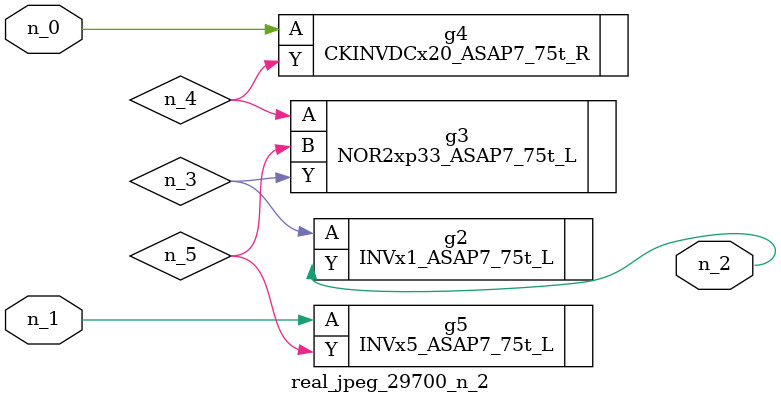
<source format=v>
module real_jpeg_29700_n_2 (n_1, n_0, n_2);

input n_1;
input n_0;

output n_2;

wire n_5;
wire n_4;
wire n_3;

CKINVDCx20_ASAP7_75t_R g4 ( 
.A(n_0),
.Y(n_4)
);

INVx5_ASAP7_75t_L g5 ( 
.A(n_1),
.Y(n_5)
);

INVx1_ASAP7_75t_L g2 ( 
.A(n_3),
.Y(n_2)
);

NOR2xp33_ASAP7_75t_L g3 ( 
.A(n_4),
.B(n_5),
.Y(n_3)
);


endmodule
</source>
